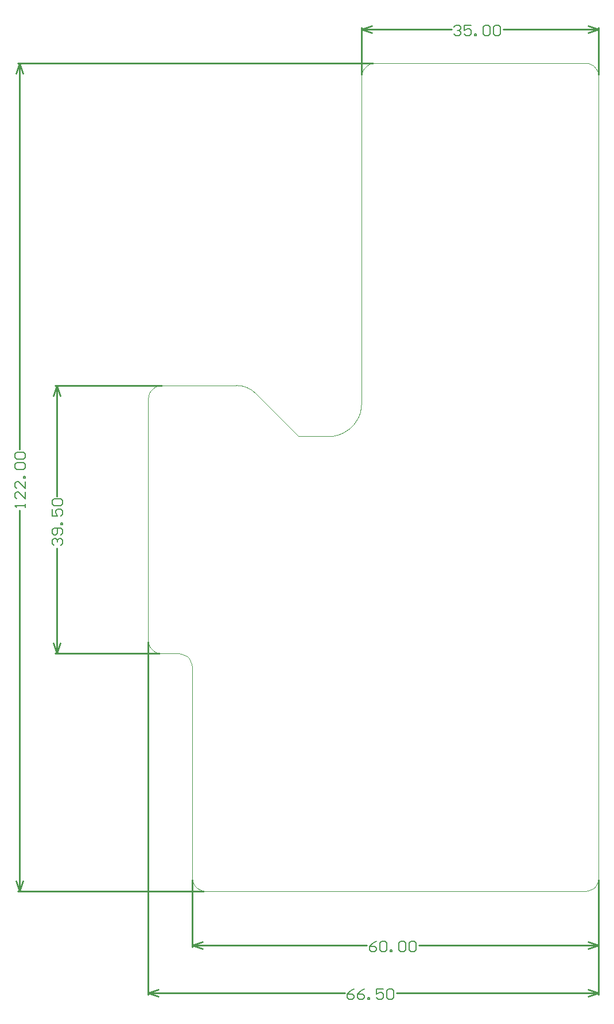
<source format=gm1>
G04 Layer_Color=16711935*
%FSLAX44Y44*%
%MOMM*%
G71*
G01*
G75*
%ADD30C,0.2540*%
%ADD47C,0.1000*%
%ADD49C,0.1524*%
D30*
X-202540Y350000D02*
X-48040D01*
X-202540Y745000D02*
X-45000D01*
X-200000Y350000D02*
Y505093D01*
Y581779D02*
Y745000D01*
Y350000D02*
X-194920Y365240D01*
X-205080D02*
X-200000Y350000D01*
X-205080Y729760D02*
X-200000Y745000D01*
X-194920Y729760D01*
X600000Y1203040D02*
Y1272540D01*
X250000Y1203040D02*
Y1272540D01*
X459279Y1270000D02*
X600000D01*
X250000D02*
X382593D01*
X584760Y1275080D02*
X600000Y1270000D01*
X584760Y1264920D02*
X600000Y1270000D01*
X250000D02*
X265240Y1264920D01*
X250000Y1270000D02*
X265240Y1275080D01*
X-257540Y-0D02*
X16960D01*
X-257540Y1220000D02*
X266960D01*
X-255000Y-0D02*
Y561245D01*
Y650627D02*
Y1220000D01*
Y-0D02*
X-249920Y15240D01*
X-260080D02*
X-255000Y-0D01*
X-260080Y1204760D02*
X-255000Y1220000D01*
X-249920Y1204760D01*
X0Y-82540D02*
Y16960D01*
X600000Y-82540D02*
Y16960D01*
X0Y-80000D02*
X257593D01*
X334279D02*
X600000D01*
X0D02*
X15240Y-85080D01*
X0Y-80000D02*
X15240Y-74920D01*
X584760D02*
X600000Y-80000D01*
X584760Y-85080D02*
X600000Y-80000D01*
Y-152540D02*
Y16960D01*
X-65000Y-152540D02*
Y366960D01*
X301779Y-150000D02*
X600000D01*
X-65000D02*
X225093D01*
X584760Y-144920D02*
X600000Y-150000D01*
X584760Y-155080D02*
X600000Y-150000D01*
X-65000D02*
X-49760Y-155080D01*
X-65000Y-150000D02*
X-49760Y-144920D01*
D47*
X93867Y733284D02*
G03*
X65583Y745000I-28284J-28284D01*
G01*
X157151Y670000D02*
X200000D01*
X93867Y733284D02*
X157151Y670000D01*
X-45000Y745000D02*
X65583D01*
X-65000Y725000D02*
X-64499Y729450D01*
X-63019Y733678D01*
X-60637Y737470D01*
X-57470Y740637D01*
X-53678Y743019D01*
X-49450Y744499D01*
X-45000Y745000D01*
X-65000Y725000D02*
X-65000Y370000D01*
X15550Y501D02*
X20000Y-0D01*
X11322Y1981D02*
X15550Y501D01*
X7530Y4363D02*
X11322Y1981D01*
X4363Y7530D02*
X7530Y4363D01*
X1981Y11322D02*
X4363Y7530D01*
X501Y15549D02*
X1981Y11322D01*
X0Y20000D02*
X501Y15549D01*
X20000Y-0D02*
X580000Y-0D01*
X598019Y11322D02*
X599498Y15549D01*
X595637Y7530D02*
X598019Y11322D01*
X592470Y4363D02*
X595637Y7530D01*
X588678Y1981D02*
X592470Y4363D01*
X584450Y501D02*
X588678Y1981D01*
X580000Y-0D02*
X584450Y501D01*
X599498Y15549D02*
X600000Y20000D01*
X600000Y1200000D02*
X600000Y20000D01*
X599498Y1204450D02*
X600000Y1200000D01*
X598019Y1208678D02*
X599498Y1204450D01*
X595636Y1212470D02*
X598019Y1208678D01*
X592470Y1215637D02*
X595636Y1212470D01*
X588677Y1218019D02*
X592470Y1215637D01*
X584450Y1219499D02*
X588677Y1218019D01*
X580000Y1220000D02*
X584450Y1219499D01*
X270000Y1220000D02*
X580000D01*
X265550Y1219499D02*
X270000Y1220000D01*
X261322Y1218019D02*
X265550Y1219499D01*
X257530Y1215637D02*
X261322Y1218019D01*
X254363Y1212470D02*
X257530Y1215637D01*
X251980Y1208678D02*
X254363Y1212470D01*
X250501Y1204450D02*
X251980Y1208678D01*
X250000Y1200000D02*
X250501Y1204450D01*
X250000Y1200000D02*
X250000Y720000D01*
X249491Y712884D02*
X250000Y720000D01*
X247975Y705913D02*
X249491Y712884D01*
X245482Y699229D02*
X247975Y705913D01*
X242063Y692968D02*
X245482Y699229D01*
X237787Y687257D02*
X242063Y692968D01*
X232743Y682213D02*
X237787Y687257D01*
X227032Y677937D02*
X232743Y682213D01*
X220771Y674518D02*
X227032Y677937D01*
X214087Y672025D02*
X220771Y674518D01*
X207116Y670509D02*
X214087Y672025D01*
X200000Y670000D02*
X207116Y670509D01*
X0Y330000D02*
X0Y20000D01*
X-20000Y350000D02*
X-15549Y349498D01*
X-501Y334450D02*
X0Y330000D01*
X-1981Y338678D02*
X-501Y334450D01*
X-4363Y342470D02*
X-1981Y338678D01*
X-7530Y345637D02*
X-4363Y342470D01*
X-11322Y348019D02*
X-7530Y345637D01*
X-15549Y349498D02*
X-11322Y348019D01*
X-49450Y350502D02*
X-45000Y350000D01*
X-65000Y370000D02*
X-64499Y365550D01*
X-63019Y361322D01*
X-60637Y357530D01*
X-57470Y354363D01*
X-53678Y351981D01*
X-49450Y350502D01*
X-45000Y350000D02*
X-20000Y350000D01*
D49*
X-203554Y509157D02*
X-206094Y511696D01*
Y516775D01*
X-203554Y519314D01*
X-201015D01*
X-198476Y516775D01*
Y514235D01*
Y516775D01*
X-195937Y519314D01*
X-193398D01*
X-190858Y516775D01*
Y511696D01*
X-193398Y509157D01*
Y524392D02*
X-190858Y526931D01*
Y532010D01*
X-193398Y534549D01*
X-203554D01*
X-206094Y532010D01*
Y526931D01*
X-203554Y524392D01*
X-201015D01*
X-198476Y526931D01*
Y534549D01*
X-190858Y539627D02*
X-193398D01*
Y542166D01*
X-190858D01*
Y539627D01*
X-206094Y562480D02*
Y552323D01*
X-198476D01*
X-201015Y557401D01*
Y559941D01*
X-198476Y562480D01*
X-193398D01*
X-190858Y559941D01*
Y554862D01*
X-193398Y552323D01*
X-203554Y567558D02*
X-206094Y570097D01*
Y575176D01*
X-203554Y577715D01*
X-193398D01*
X-190858Y575176D01*
Y570097D01*
X-193398Y567558D01*
X-203554D01*
X386657Y1273554D02*
X389196Y1276094D01*
X394274D01*
X396814Y1273554D01*
Y1271015D01*
X394274Y1268476D01*
X391735D01*
X394274D01*
X396814Y1265937D01*
Y1263398D01*
X394274Y1260859D01*
X389196D01*
X386657Y1263398D01*
X412049Y1276094D02*
X401892D01*
Y1268476D01*
X406970Y1271015D01*
X409510D01*
X412049Y1268476D01*
Y1263398D01*
X409510Y1260859D01*
X404431D01*
X401892Y1263398D01*
X417127Y1260859D02*
Y1263398D01*
X419666D01*
Y1260859D01*
X417127D01*
X429823Y1273554D02*
X432362Y1276094D01*
X437441D01*
X439980Y1273554D01*
Y1263398D01*
X437441Y1260859D01*
X432362D01*
X429823Y1263398D01*
Y1273554D01*
X445058D02*
X447597Y1276094D01*
X452676D01*
X455215Y1273554D01*
Y1263398D01*
X452676Y1260859D01*
X447597D01*
X445058Y1263398D01*
Y1273554D01*
X-245858Y565309D02*
Y570387D01*
Y567848D01*
X-261094D01*
X-258554Y565309D01*
X-245858Y588162D02*
Y578005D01*
X-256015Y588162D01*
X-258554D01*
X-261094Y585622D01*
Y580544D01*
X-258554Y578005D01*
X-245858Y603397D02*
Y593240D01*
X-256015Y603397D01*
X-258554D01*
X-261094Y600858D01*
Y595779D01*
X-258554Y593240D01*
X-245858Y608475D02*
X-248398D01*
Y611014D01*
X-245858D01*
Y608475D01*
X-258554Y621171D02*
X-261094Y623710D01*
Y628788D01*
X-258554Y631328D01*
X-248398D01*
X-245858Y628788D01*
Y623710D01*
X-248398Y621171D01*
X-258554D01*
Y636406D02*
X-261094Y638945D01*
Y644024D01*
X-258554Y646563D01*
X-248398D01*
X-245858Y644024D01*
Y638945D01*
X-248398Y636406D01*
X-258554D01*
X271814Y-73906D02*
X266735Y-76446D01*
X261657Y-81524D01*
Y-86602D01*
X264196Y-89142D01*
X269275D01*
X271814Y-86602D01*
Y-84063D01*
X269275Y-81524D01*
X261657D01*
X276892Y-76446D02*
X279431Y-73906D01*
X284510D01*
X287049Y-76446D01*
Y-86602D01*
X284510Y-89142D01*
X279431D01*
X276892Y-86602D01*
Y-76446D01*
X292127Y-89142D02*
Y-86602D01*
X294667D01*
Y-89142D01*
X292127D01*
X304823Y-76446D02*
X307362Y-73906D01*
X312441D01*
X314980Y-76446D01*
Y-86602D01*
X312441Y-89142D01*
X307362D01*
X304823Y-86602D01*
Y-76446D01*
X320058D02*
X322597Y-73906D01*
X327676D01*
X330215Y-76446D01*
Y-86602D01*
X327676Y-89142D01*
X322597D01*
X320058Y-86602D01*
Y-76446D01*
X239314Y-143906D02*
X234235Y-146446D01*
X229157Y-151524D01*
Y-156602D01*
X231696Y-159142D01*
X236775D01*
X239314Y-156602D01*
Y-154063D01*
X236775Y-151524D01*
X229157D01*
X254549Y-143906D02*
X249471Y-146446D01*
X244392Y-151524D01*
Y-156602D01*
X246931Y-159142D01*
X252010D01*
X254549Y-156602D01*
Y-154063D01*
X252010Y-151524D01*
X244392D01*
X259627Y-159142D02*
Y-156602D01*
X262166D01*
Y-159142D01*
X259627D01*
X282480Y-143906D02*
X272323D01*
Y-151524D01*
X277402Y-148985D01*
X279941D01*
X282480Y-151524D01*
Y-156602D01*
X279941Y-159142D01*
X274862D01*
X272323Y-156602D01*
X287558Y-146446D02*
X290097Y-143906D01*
X295176D01*
X297715Y-146446D01*
Y-156602D01*
X295176Y-159142D01*
X290097D01*
X287558Y-156602D01*
Y-146446D01*
M02*

</source>
